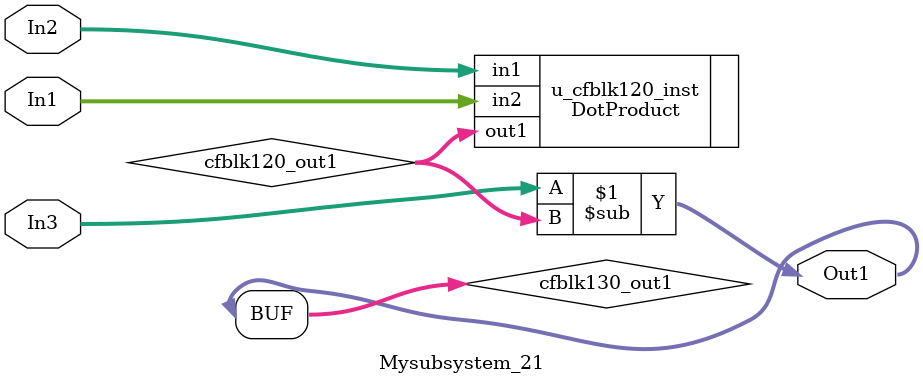
<source format=v>



`timescale 1 ns / 1 ns

module Mysubsystem_21
          (In1,
           In2,
           In3,
           Out1);


  input   [7:0] In1;  // uint8
  input   [7:0] In2;  // uint8
  input   [15:0] In3;  // uint16
  output  [15:0] Out1;  // uint16


  wire [15:0] cfblk120_out1;  // uint16
  wire [15:0] cfblk130_out1;  // uint16


  DotProduct u_cfblk120_inst (.in1(In2),  // uint8
                              .in2(In1),  // uint8
                              .out1(cfblk120_out1)  // uint16
                              );

  assign cfblk130_out1 = In3 - cfblk120_out1;



  assign Out1 = cfblk130_out1;

endmodule  // Mysubsystem_21


</source>
